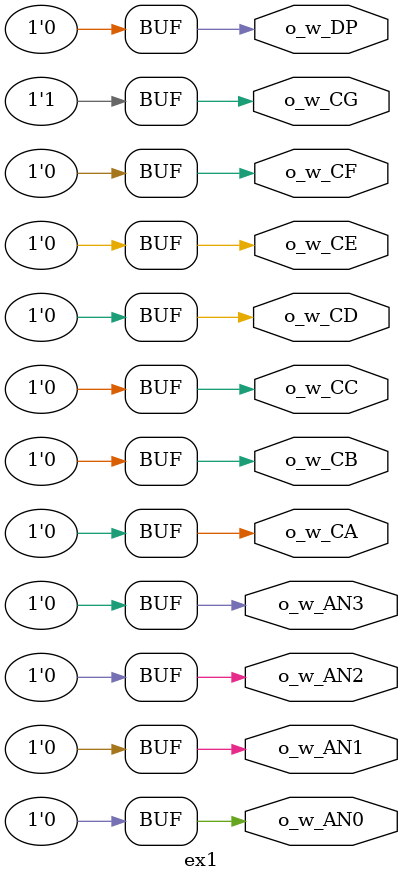
<source format=v>
module ex1(
    output o_w_AN0,
    output o_w_AN1,
    output o_w_AN2,
    output o_w_AN3,
    output o_w_CA,
    output o_w_CB,
    output o_w_CC,
    output o_w_CD,
    output o_w_CE,
    output o_w_CF,
    output o_w_CG,
    output o_w_DP
    );
		reg tmp;
    assign o_w_AN0 = 0;
	 assign o_w_AN1 = 0;
	 assign o_w_AN2 = 0;
	 assign o_w_AN3 = 0;
	 assign o_w_CA = 0;
	 assign o_w_CB = 0;
	 assign o_w_CC = 0;
	 assign o_w_CD = 0;
	 assign o_w_CE = 0;
	 assign o_w_CF = 0;
	 assign o_w_CG = 1;
	 assign o_w_DP = 0;
	 
	 
	 
endmodule

</source>
